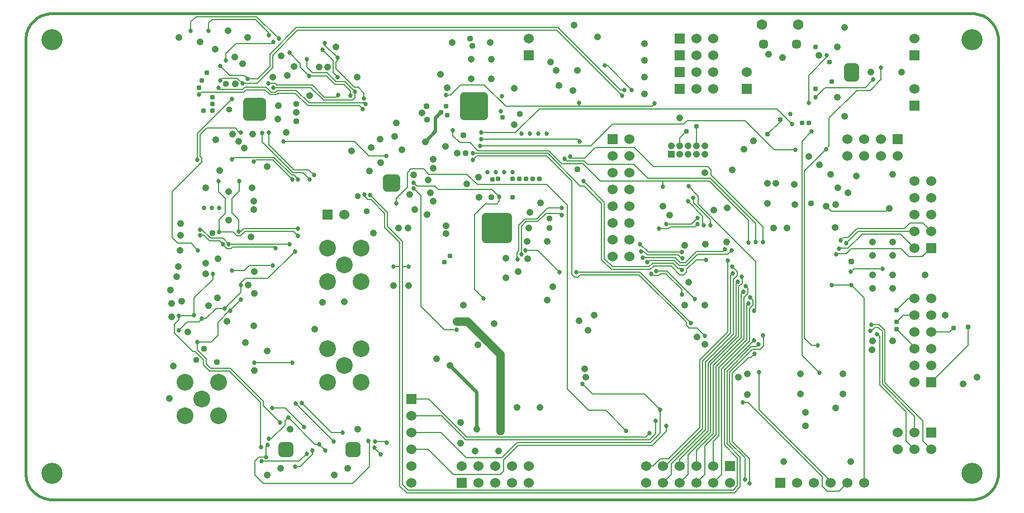
<source format=gbl>
G04 (created by PCBNEW-RS274X (2012-01-19 BZR 3256)-stable) date 21/09/2012 20:47:58*
G01*
G70*
G90*
%MOIN*%
G04 Gerber Fmt 3.4, Leading zero omitted, Abs format*
%FSLAX34Y34*%
G04 APERTURE LIST*
%ADD10C,0.006000*%
%ADD11C,0.015000*%
%ADD12C,0.063000*%
%ADD13C,0.057100*%
%ADD14C,0.023000*%
%ADD15C,0.023600*%
%ADD16C,0.025000*%
%ADD17R,0.060000X0.060000*%
%ADD18C,0.060000*%
%ADD19R,0.042000X0.042000*%
%ADD20C,0.042000*%
%ADD21C,0.100000*%
%ADD22C,0.126000*%
%ADD23C,0.031000*%
%ADD24C,0.027000*%
%ADD25C,0.037000*%
%ADD26C,0.050000*%
%ADD27C,0.008000*%
%ADD28C,0.020000*%
G04 APERTURE END LIST*
G54D10*
G54D11*
X26075Y-21500D02*
X80975Y-21500D01*
X26075Y-50500D02*
X80925Y-50500D01*
X24500Y-23075D02*
X24500Y-48925D01*
X82500Y-23075D02*
X82500Y-48925D01*
X82500Y-23075D02*
X82494Y-22938D01*
X82476Y-22802D01*
X82446Y-22668D01*
X82405Y-22537D01*
X82352Y-22410D01*
X82288Y-22288D01*
X82215Y-22172D01*
X82131Y-22063D01*
X82038Y-21962D01*
X81937Y-21869D01*
X81828Y-21785D01*
X81712Y-21712D01*
X81590Y-21648D01*
X81463Y-21595D01*
X81332Y-21554D01*
X81198Y-21524D01*
X81062Y-21506D01*
X80925Y-21500D01*
X80925Y-50500D02*
X81062Y-50494D01*
X81198Y-50476D01*
X81332Y-50446D01*
X81463Y-50405D01*
X81590Y-50352D01*
X81712Y-50288D01*
X81828Y-50215D01*
X81937Y-50131D01*
X82038Y-50038D01*
X82131Y-49937D01*
X82215Y-49828D01*
X82288Y-49712D01*
X82352Y-49590D01*
X82405Y-49463D01*
X82446Y-49332D01*
X82476Y-49198D01*
X82494Y-49062D01*
X82500Y-48925D01*
X24500Y-48925D02*
X24506Y-49062D01*
X24524Y-49198D01*
X24554Y-49332D01*
X24595Y-49463D01*
X24648Y-49590D01*
X24712Y-49712D01*
X24785Y-49828D01*
X24869Y-49937D01*
X24962Y-50038D01*
X25063Y-50131D01*
X25172Y-50215D01*
X25288Y-50288D01*
X25410Y-50352D01*
X25537Y-50405D01*
X25668Y-50446D01*
X25802Y-50476D01*
X25938Y-50494D01*
X26075Y-50500D01*
X26075Y-21500D02*
X25938Y-21506D01*
X25802Y-21524D01*
X25668Y-21554D01*
X25537Y-21595D01*
X25410Y-21648D01*
X25288Y-21712D01*
X25172Y-21785D01*
X25063Y-21869D01*
X24962Y-21962D01*
X24869Y-22063D01*
X24785Y-22172D01*
X24712Y-22288D01*
X24648Y-22410D01*
X24595Y-22537D01*
X24554Y-22668D01*
X24524Y-22802D01*
X24506Y-22938D01*
X24500Y-23075D01*
G54D12*
X70583Y-22169D03*
X68417Y-22169D03*
G54D13*
X70479Y-23339D03*
X68521Y-23339D03*
G54D14*
X73750Y-25000D03*
X73947Y-24705D03*
X73553Y-24705D03*
X73553Y-25295D03*
X73947Y-25295D03*
G54D15*
X44202Y-47702D03*
X43798Y-47702D03*
X43798Y-47298D03*
X44202Y-47298D03*
X40202Y-47702D03*
X39798Y-47702D03*
X39798Y-47298D03*
X40202Y-47298D03*
G54D16*
X52575Y-34275D03*
X52575Y-33625D03*
X53225Y-33625D03*
X53225Y-34275D03*
X53225Y-34925D03*
X52575Y-34925D03*
X51925Y-34925D03*
X51925Y-34275D03*
X51925Y-33625D03*
X51225Y-27025D03*
X51225Y-26431D03*
X51819Y-26431D03*
X51819Y-27025D03*
X51819Y-27619D03*
X51225Y-27619D03*
X50631Y-27619D03*
X50631Y-27025D03*
X50631Y-26431D03*
G54D15*
X38150Y-27200D03*
X37717Y-27200D03*
X37717Y-26767D03*
X38150Y-26767D03*
X38583Y-26767D03*
X38583Y-27200D03*
X38583Y-27633D03*
X38150Y-27633D03*
X37717Y-27633D03*
X46300Y-31600D03*
X46039Y-31339D03*
X46561Y-31339D03*
X46561Y-31861D03*
X46039Y-31861D03*
G54D17*
X59500Y-29000D03*
G54D18*
X60500Y-29000D03*
X59500Y-30000D03*
X60500Y-30000D03*
X59500Y-31000D03*
X60500Y-31000D03*
X59500Y-32000D03*
X60500Y-32000D03*
X59500Y-33000D03*
X60500Y-33000D03*
X59500Y-34000D03*
X60500Y-34000D03*
X59500Y-35000D03*
X60500Y-35000D03*
X59500Y-36000D03*
X60500Y-36000D03*
G54D17*
X66500Y-48500D03*
G54D18*
X66500Y-49500D03*
X65500Y-48500D03*
X65500Y-49500D03*
X64500Y-48500D03*
X64500Y-49500D03*
X63500Y-48500D03*
X63500Y-49500D03*
X62500Y-48500D03*
X62500Y-49500D03*
X61500Y-48500D03*
X61500Y-49500D03*
G54D17*
X78500Y-43500D03*
G54D18*
X77500Y-43500D03*
X78500Y-42500D03*
X77500Y-42500D03*
X78500Y-41500D03*
X77500Y-41500D03*
X78500Y-40500D03*
X77500Y-40500D03*
X78500Y-39500D03*
X77500Y-39500D03*
X78500Y-38500D03*
X77500Y-38500D03*
G54D17*
X78500Y-35500D03*
G54D18*
X77500Y-35500D03*
X78500Y-34500D03*
X77500Y-34500D03*
X78500Y-33500D03*
X77500Y-33500D03*
X78500Y-32500D03*
X77500Y-32500D03*
X78500Y-31500D03*
X77500Y-31500D03*
G54D17*
X50500Y-49500D03*
G54D18*
X50500Y-48500D03*
X51500Y-49500D03*
X51500Y-48500D03*
X52500Y-49500D03*
X52500Y-48500D03*
X53500Y-49500D03*
X53500Y-48500D03*
X54500Y-49500D03*
X54500Y-48500D03*
G54D17*
X76500Y-29000D03*
G54D18*
X76500Y-30000D03*
X75500Y-29000D03*
X75500Y-30000D03*
X74500Y-29000D03*
X74500Y-30000D03*
X73500Y-29000D03*
X73500Y-30000D03*
G54D17*
X78510Y-46500D03*
G54D18*
X78510Y-47500D03*
X77510Y-46500D03*
X77510Y-47500D03*
X76510Y-46500D03*
X76510Y-47500D03*
G54D17*
X69500Y-49500D03*
G54D18*
X70500Y-49500D03*
X71500Y-49500D03*
X72500Y-49500D03*
X73500Y-49500D03*
X74500Y-49500D03*
G54D17*
X47500Y-44500D03*
G54D18*
X47500Y-45500D03*
X47500Y-46500D03*
X47500Y-47500D03*
X47500Y-48500D03*
X47500Y-49500D03*
G54D17*
X63500Y-24000D03*
G54D18*
X64500Y-24000D03*
X65500Y-24000D03*
G54D17*
X63500Y-23000D03*
G54D18*
X64500Y-23000D03*
X65500Y-23000D03*
G54D17*
X63500Y-25000D03*
G54D18*
X64500Y-25000D03*
X65500Y-25000D03*
G54D17*
X63500Y-26000D03*
G54D18*
X64500Y-26000D03*
X65500Y-26000D03*
G54D17*
X67500Y-26000D03*
G54D18*
X67500Y-25000D03*
G54D19*
X63000Y-29900D03*
G54D20*
X63000Y-29400D03*
X63500Y-29900D03*
X63500Y-29400D03*
X64000Y-29900D03*
X64000Y-29400D03*
X64500Y-29900D03*
X64500Y-29400D03*
X65000Y-29900D03*
X65000Y-29400D03*
G54D21*
X43500Y-36500D03*
X42500Y-37500D03*
X44500Y-37500D03*
X44500Y-35500D03*
X42500Y-35500D03*
X35000Y-44500D03*
X36000Y-43500D03*
X34000Y-43500D03*
X34000Y-45500D03*
X36000Y-45500D03*
X43500Y-42500D03*
X42500Y-43500D03*
X44500Y-43500D03*
X44500Y-41500D03*
X42500Y-41500D03*
G54D22*
X26075Y-23075D03*
X26075Y-48925D03*
X80925Y-48925D03*
X80925Y-23075D03*
G54D17*
X54500Y-24000D03*
G54D18*
X54500Y-23000D03*
G54D17*
X77500Y-24000D03*
G54D18*
X77500Y-23000D03*
G54D17*
X77500Y-27000D03*
G54D18*
X77500Y-26000D03*
G54D17*
X42500Y-33500D03*
G54D18*
X43500Y-33500D03*
G54D20*
X48800Y-30200D03*
X47300Y-34310D03*
X48450Y-33500D03*
X50450Y-47150D03*
X50200Y-39880D03*
G54D23*
X49470Y-36330D03*
G54D20*
X45650Y-29000D03*
X52800Y-46400D03*
G54D24*
X56460Y-33110D03*
X53850Y-36180D03*
X54060Y-35880D03*
X56460Y-33550D03*
G54D20*
X47400Y-32300D03*
X47650Y-31150D03*
G54D24*
X44950Y-47000D03*
X38930Y-47230D03*
X38850Y-47960D03*
X39020Y-22820D03*
X45310Y-47400D03*
X43100Y-24150D03*
X42340Y-23280D03*
X40250Y-35260D03*
X45670Y-47790D03*
X36620Y-35260D03*
X35420Y-22550D03*
X44680Y-26560D03*
X34900Y-34400D03*
X37330Y-28590D03*
X34780Y-35640D03*
X40410Y-42350D03*
X38150Y-42350D03*
X38600Y-28630D03*
X41450Y-31410D03*
X37340Y-37710D03*
X33650Y-40400D03*
X39010Y-28610D03*
X45330Y-47030D03*
X40570Y-35690D03*
X46030Y-47120D03*
X41710Y-31150D03*
X36370Y-39100D03*
X35010Y-39720D03*
X43130Y-26360D03*
X38970Y-25670D03*
X36050Y-34550D03*
X36000Y-31500D03*
X34750Y-30250D03*
X36810Y-26610D03*
X42870Y-47040D03*
X40600Y-44770D03*
X40740Y-34770D03*
X37200Y-34500D03*
X40730Y-34350D03*
X40970Y-44750D03*
X43390Y-46520D03*
X37250Y-31500D03*
X39590Y-23020D03*
X41600Y-47570D03*
X42200Y-23670D03*
X34350Y-22550D03*
X40580Y-48550D03*
X43098Y-25298D03*
X38100Y-30350D03*
X40390Y-31410D03*
X40230Y-23850D03*
X41410Y-25250D03*
X43870Y-26410D03*
X34550Y-39500D03*
X38550Y-47360D03*
X35660Y-37040D03*
X33650Y-39550D03*
X41280Y-47760D03*
X36280Y-35280D03*
X34900Y-34750D03*
X39400Y-35520D03*
X38560Y-48220D03*
X42370Y-47570D03*
X36810Y-30200D03*
X39260Y-25930D03*
X42000Y-47190D03*
X40750Y-31420D03*
X36450Y-24300D03*
X41260Y-24230D03*
X39270Y-23190D03*
X40160Y-45620D03*
X39000Y-46870D03*
X44130Y-26170D03*
X37340Y-38560D03*
X39670Y-45890D03*
X34740Y-41100D03*
X36690Y-39250D03*
X39220Y-45050D03*
X41100Y-46180D03*
X39240Y-36530D03*
X36800Y-36850D03*
X63630Y-35750D03*
X61140Y-35260D03*
X61210Y-35700D03*
X63660Y-36110D03*
X66210Y-35570D03*
X61310Y-36060D03*
X66610Y-35640D03*
X61560Y-36350D03*
X62700Y-46100D03*
X62060Y-45810D03*
X62330Y-45130D03*
X57690Y-43610D03*
X61710Y-46540D03*
X75500Y-24750D03*
X71740Y-41300D03*
X72250Y-29600D03*
X73110Y-35040D03*
X73430Y-35210D03*
X75610Y-36730D03*
X73720Y-36910D03*
X72830Y-35860D03*
X72990Y-35540D03*
X75270Y-40640D03*
X74930Y-40070D03*
X74880Y-40430D03*
G54D20*
X72250Y-33000D03*
X76000Y-33150D03*
G54D24*
X73740Y-37710D03*
X72560Y-37690D03*
X65330Y-34130D03*
X64320Y-32500D03*
X67610Y-38790D03*
X66370Y-36240D03*
X66660Y-37010D03*
X66960Y-37490D03*
X67440Y-37760D03*
X67290Y-38100D03*
X67710Y-38440D03*
X66650Y-36620D03*
X67190Y-37210D03*
X64580Y-33700D03*
X62720Y-34080D03*
X62280Y-34350D03*
X64580Y-34080D03*
G54D23*
X79830Y-40270D03*
X80690Y-40200D03*
X76450Y-40350D03*
X76450Y-39200D03*
X76450Y-39900D03*
X63910Y-28530D03*
X64500Y-28250D03*
G54D24*
X68240Y-42920D03*
X67280Y-44690D03*
G54D20*
X49800Y-42500D03*
X51400Y-46300D03*
G54D24*
X71380Y-28550D03*
X71830Y-42950D03*
X57340Y-36940D03*
X54320Y-35640D03*
X56340Y-36940D03*
X64180Y-39980D03*
X51180Y-30230D03*
X65020Y-40750D03*
X47650Y-31600D03*
X51800Y-38500D03*
X52750Y-32450D03*
X50200Y-40360D03*
X47650Y-31950D03*
G54D20*
X38100Y-32700D03*
X69100Y-34300D03*
X33190Y-38790D03*
X33800Y-38670D03*
X49000Y-42100D03*
G54D23*
X34850Y-25950D03*
G54D20*
X38150Y-36900D03*
G54D25*
X48415Y-27045D03*
G54D24*
X54575Y-28675D03*
G54D23*
X35630Y-26900D03*
G54D25*
X35890Y-42320D03*
G54D20*
X33750Y-34050D03*
X58400Y-39500D03*
X57900Y-43200D03*
X44300Y-46320D03*
X73250Y-44200D03*
X33290Y-42550D03*
X53635Y-28125D03*
X80400Y-43600D03*
X36600Y-32150D03*
X76200Y-35950D03*
G54D25*
X73750Y-36320D03*
G54D20*
X34160Y-40500D03*
G54D25*
X48425Y-27825D03*
G54D20*
X35850Y-29050D03*
X45250Y-34600D03*
X72770Y-34260D03*
G54D23*
X70790Y-28050D03*
G54D20*
X65550Y-33250D03*
G54D24*
X55075Y-28675D03*
G54D25*
X35650Y-34600D03*
G54D20*
X38150Y-38200D03*
G54D25*
X51005Y-23005D03*
G54D20*
X61400Y-25300D03*
X43940Y-29720D03*
X49935Y-23225D03*
X33750Y-34750D03*
X55200Y-32800D03*
X71200Y-30040D03*
G54D23*
X35000Y-25500D03*
G54D20*
X40100Y-25190D03*
X35400Y-38930D03*
X45000Y-30900D03*
X67000Y-43190D03*
X43000Y-23500D03*
G54D23*
X53525Y-31375D03*
G54D20*
X33150Y-38000D03*
X52215Y-23225D03*
X62500Y-33000D03*
X58600Y-22900D03*
X51505Y-31265D03*
X57150Y-26100D03*
X72900Y-26500D03*
X35230Y-37040D03*
X61400Y-26300D03*
G54D24*
X70100Y-27500D03*
G54D20*
X53810Y-45010D03*
G54D24*
X55575Y-28675D03*
G54D20*
X50225Y-29835D03*
G54D23*
X71600Y-26000D03*
G54D24*
X52525Y-30975D03*
G54D23*
X52325Y-31415D03*
G54D20*
X57400Y-24900D03*
X72900Y-23500D03*
G54D25*
X34680Y-42180D03*
X55750Y-34300D03*
G54D20*
X61400Y-24300D03*
G54D25*
X50725Y-29835D03*
G54D20*
X37000Y-25700D03*
X36510Y-39870D03*
X71000Y-45300D03*
X71800Y-24000D03*
X37550Y-29550D03*
G54D23*
X54725Y-31375D03*
G54D20*
X76200Y-31100D03*
X36070Y-30860D03*
X48500Y-31450D03*
G54D25*
X51145Y-23445D03*
G54D20*
X38050Y-28700D03*
X70700Y-44200D03*
G54D24*
X36050Y-33100D03*
G54D20*
X40650Y-27400D03*
G54D24*
X53525Y-30975D03*
G54D20*
X71850Y-30550D03*
X63800Y-38900D03*
X35970Y-36150D03*
G54D23*
X53925Y-31375D03*
X54325Y-31375D03*
G54D20*
X37200Y-29130D03*
G54D23*
X72450Y-24400D03*
G54D20*
X49580Y-34640D03*
X39750Y-24050D03*
X33190Y-39620D03*
X79330Y-39490D03*
X55800Y-24400D03*
X38890Y-30650D03*
X43500Y-38700D03*
X46600Y-28050D03*
G54D23*
X71600Y-23500D03*
G54D20*
X67900Y-29100D03*
X50600Y-38900D03*
X52275Y-24225D03*
X76200Y-37100D03*
G54D23*
X55125Y-31375D03*
G54D20*
X38900Y-41650D03*
X35250Y-31900D03*
X41750Y-40350D03*
X36600Y-33850D03*
G54D23*
X35630Y-26500D03*
G54D20*
X73350Y-27650D03*
X47690Y-33200D03*
X37760Y-37710D03*
G54D23*
X52685Y-31375D03*
G54D20*
X45090Y-29500D03*
G54D23*
X35100Y-27300D03*
G54D20*
X71000Y-46100D03*
X44260Y-25300D03*
X33700Y-35650D03*
X52700Y-47600D03*
X48650Y-32200D03*
X56150Y-24900D03*
X38890Y-49050D03*
X66310Y-35140D03*
X35800Y-23650D03*
X70350Y-31690D03*
X74960Y-41560D03*
X69250Y-31650D03*
X42890Y-49050D03*
X40490Y-24680D03*
X69650Y-24150D03*
X36980Y-24100D03*
X74900Y-25000D03*
X53635Y-25975D03*
X68750Y-31650D03*
X61400Y-23300D03*
X38100Y-33200D03*
X38010Y-31900D03*
X76750Y-25000D03*
X73550Y-32200D03*
X57500Y-39850D03*
G54D24*
X35150Y-33100D03*
G54D20*
X76200Y-37900D03*
G54D25*
X53985Y-27515D03*
G54D20*
X63800Y-35350D03*
X74040Y-31190D03*
X52430Y-39990D03*
X51300Y-47600D03*
X46950Y-29650D03*
X35940Y-38470D03*
X42500Y-24700D03*
X54450Y-36150D03*
X53130Y-37260D03*
G54D25*
X57400Y-30800D03*
G54D20*
X49225Y-25125D03*
G54D25*
X40650Y-27950D03*
G54D20*
X68800Y-23950D03*
X72950Y-31900D03*
X67540Y-44230D03*
X76200Y-35150D03*
X34900Y-23200D03*
X73350Y-22350D03*
X55180Y-45010D03*
X48125Y-27425D03*
X72500Y-31100D03*
G54D25*
X55750Y-33750D03*
G54D20*
X64550Y-40800D03*
G54D23*
X35630Y-27300D03*
G54D20*
X37750Y-22950D03*
X40280Y-46320D03*
G54D25*
X35140Y-41500D03*
G54D20*
X33070Y-44460D03*
X36850Y-28700D03*
X55950Y-37790D03*
X41450Y-26400D03*
X51075Y-24225D03*
X49525Y-29435D03*
X51460Y-41280D03*
X55600Y-35100D03*
X69900Y-34300D03*
X38100Y-40130D03*
G54D24*
X35600Y-33100D03*
X53025Y-30975D03*
G54D20*
X42000Y-24700D03*
G54D25*
X36450Y-25700D03*
G54D20*
X37950Y-34850D03*
X76200Y-41050D03*
G54D24*
X54075Y-28675D03*
G54D23*
X35300Y-25050D03*
G54D25*
X71350Y-32850D03*
G54D20*
X33500Y-37200D03*
X50795Y-31665D03*
X36560Y-22550D03*
G54D24*
X52025Y-30975D03*
G54D20*
X40050Y-28600D03*
G54D25*
X40650Y-26900D03*
G54D20*
X53860Y-36890D03*
X49580Y-34160D03*
X72800Y-45050D03*
X33640Y-22950D03*
G54D24*
X51620Y-29390D03*
X70400Y-29650D03*
X36100Y-25500D03*
X61800Y-37050D03*
X37430Y-25680D03*
X63630Y-38280D03*
X60080Y-26420D03*
X62120Y-36860D03*
X64420Y-38540D03*
X36090Y-24630D03*
X37750Y-25420D03*
X60220Y-26080D03*
X67390Y-49290D03*
X68480Y-40710D03*
X44780Y-26900D03*
X36000Y-25950D03*
X67660Y-49530D03*
X34850Y-26330D03*
X67970Y-41810D03*
X44620Y-27220D03*
X39880Y-29130D03*
X46000Y-30000D03*
X71590Y-26500D03*
X75050Y-25450D03*
X71190Y-26830D03*
X72270Y-24000D03*
G54D23*
X69490Y-27840D03*
X68750Y-28710D03*
G54D24*
X64940Y-34130D03*
X60650Y-26060D03*
X64010Y-32720D03*
X59030Y-24610D03*
X51670Y-28620D03*
X70210Y-28110D03*
X68460Y-35140D03*
X56960Y-30050D03*
X44700Y-32300D03*
X46450Y-36600D03*
X68220Y-41230D03*
X47350Y-36600D03*
X45050Y-32350D03*
X67940Y-40990D03*
X46600Y-32850D03*
X60320Y-46400D03*
X51180Y-29850D03*
X65060Y-36190D03*
X57760Y-31520D03*
X57550Y-29130D03*
X51670Y-29010D03*
X63630Y-36820D03*
X64030Y-31800D03*
X57520Y-26850D03*
X62020Y-26880D03*
X67930Y-39250D03*
X49575Y-26375D03*
X56630Y-30180D03*
X68040Y-35150D03*
G54D20*
X54570Y-33380D03*
X37450Y-24500D03*
G54D23*
X49565Y-27045D03*
X53525Y-32475D03*
X52945Y-27695D03*
G54D20*
X54400Y-35100D03*
X37600Y-41150D03*
G54D23*
X49625Y-27585D03*
G54D20*
X33610Y-36600D03*
G54D25*
X50615Y-28785D03*
G54D20*
X39250Y-25300D03*
X39570Y-27010D03*
X54500Y-34300D03*
X49625Y-25925D03*
X51525Y-32465D03*
G54D24*
X52895Y-26425D03*
G54D20*
X38150Y-42800D03*
G54D25*
X36640Y-27250D03*
G54D20*
X35250Y-36400D03*
X53140Y-36100D03*
X52275Y-25415D03*
X51075Y-25405D03*
G54D25*
X52275Y-32475D03*
G54D24*
X52825Y-27335D03*
G54D20*
X65000Y-38900D03*
X50450Y-45900D03*
X43710Y-48650D03*
G54D23*
X72560Y-25570D03*
G54D20*
X75000Y-35950D03*
X55600Y-38600D03*
X39550Y-27800D03*
X70378Y-32904D03*
X48340Y-29160D03*
G54D25*
X44850Y-33300D03*
G54D20*
X81250Y-43200D03*
X48800Y-30750D03*
X67350Y-29600D03*
X75000Y-35150D03*
X58050Y-40400D03*
X64050Y-37540D03*
X57200Y-22200D03*
X75000Y-37100D03*
X65030Y-35270D03*
G54D23*
X49275Y-27415D03*
X49820Y-35960D03*
G54D20*
X46730Y-34310D03*
X65000Y-41250D03*
X66640Y-30840D03*
X62900Y-33550D03*
X72810Y-32920D03*
X66350Y-33100D03*
X69700Y-48250D03*
G54D25*
X44300Y-32400D03*
G54D20*
X46450Y-37750D03*
X42200Y-38750D03*
X73250Y-43000D03*
X57850Y-42700D03*
X73700Y-48250D03*
X56300Y-25800D03*
X63500Y-27740D03*
X45660Y-30400D03*
X48800Y-32700D03*
X70700Y-43000D03*
X67540Y-43020D03*
X78150Y-37100D03*
X47350Y-37750D03*
X68750Y-32850D03*
G54D23*
X71190Y-28050D03*
G54D20*
X39710Y-48650D03*
X75000Y-41050D03*
X75000Y-37900D03*
X46500Y-28850D03*
X64990Y-31000D03*
G54D24*
X62500Y-31850D03*
X67610Y-35160D03*
X49975Y-28485D03*
G54D26*
X50840Y-39880D02*
X50200Y-39880D01*
X52800Y-41840D02*
X50840Y-39880D01*
X52800Y-46400D02*
X52800Y-41840D01*
G54D27*
X55940Y-33098D02*
X56448Y-33098D01*
X53850Y-36180D02*
X53850Y-36040D01*
X53898Y-34122D02*
X54262Y-33758D01*
X56448Y-33098D02*
X56460Y-33110D01*
X53800Y-35770D02*
X53898Y-35672D01*
X54262Y-33758D02*
X54972Y-33758D01*
X54972Y-33758D02*
X55632Y-33098D01*
X53800Y-35990D02*
X53800Y-35770D01*
X53850Y-36040D02*
X53800Y-35990D01*
X53898Y-35672D02*
X53898Y-34122D01*
X55632Y-33098D02*
X55940Y-33098D01*
X54060Y-35880D02*
X54060Y-34190D01*
X54060Y-34190D02*
X54330Y-33920D01*
X56460Y-33550D02*
X56335Y-33425D01*
X56335Y-33425D02*
X55535Y-33425D01*
X54330Y-33920D02*
X55040Y-33920D01*
X55535Y-33425D02*
X55040Y-33920D01*
X38680Y-49550D02*
X38180Y-49050D01*
X38850Y-47310D02*
X38850Y-47960D01*
X38180Y-48190D02*
X38180Y-49050D01*
X38410Y-47960D02*
X38180Y-48190D01*
X38930Y-47230D02*
X38850Y-47310D01*
X44950Y-47000D02*
X45020Y-47070D01*
X38850Y-47960D02*
X38410Y-47960D01*
X44010Y-49550D02*
X38680Y-49550D01*
X45020Y-47070D02*
X45020Y-48540D01*
X45020Y-48540D02*
X44010Y-49550D01*
X43002Y-24390D02*
X43002Y-24812D01*
X42340Y-23390D02*
X43100Y-24150D01*
X45310Y-47430D02*
X45310Y-47400D01*
X39020Y-22680D02*
X39020Y-22820D01*
X43002Y-24812D02*
X44100Y-25910D01*
X44330Y-25910D02*
X44680Y-26260D01*
X42340Y-23280D02*
X42340Y-23390D01*
X44100Y-25910D02*
X44330Y-25910D01*
X35530Y-34910D02*
X36270Y-34910D01*
X35420Y-22550D02*
X35420Y-22082D01*
X36270Y-34910D02*
X36620Y-35260D01*
X43100Y-24292D02*
X43002Y-24390D01*
X38202Y-21862D02*
X39020Y-22680D01*
X36620Y-35260D02*
X40250Y-35260D01*
X45670Y-47790D02*
X45310Y-47430D01*
X35420Y-22082D02*
X35640Y-21862D01*
X44680Y-26260D02*
X44680Y-26560D01*
X43100Y-24292D02*
X43100Y-24150D01*
X35640Y-21862D02*
X38202Y-21862D01*
X35020Y-34400D02*
X35530Y-34910D01*
X34900Y-34400D02*
X35020Y-34400D01*
X37250Y-28590D02*
X37010Y-28350D01*
X35020Y-30138D02*
X35020Y-30360D01*
X33580Y-35220D02*
X34360Y-35220D01*
X35020Y-30360D02*
X33230Y-32150D01*
X33230Y-34870D02*
X33580Y-35220D01*
X37330Y-28590D02*
X37250Y-28590D01*
X33230Y-32150D02*
X33230Y-34870D01*
X34912Y-28738D02*
X34912Y-30030D01*
X37010Y-28350D02*
X35300Y-28350D01*
X35300Y-28350D02*
X34912Y-28738D01*
X34360Y-35220D02*
X34780Y-35640D01*
X34912Y-30030D02*
X35020Y-30138D01*
X40428Y-30988D02*
X41028Y-30988D01*
X40410Y-42350D02*
X38150Y-42350D01*
X38600Y-28630D02*
X38600Y-29160D01*
X38600Y-29160D02*
X40428Y-30988D01*
X41028Y-30988D02*
X41450Y-31410D01*
X37340Y-37710D02*
X37340Y-37580D01*
X35860Y-39100D02*
X35240Y-39720D01*
X35240Y-39720D02*
X35010Y-39720D01*
X39010Y-29340D02*
X40496Y-30826D01*
X34150Y-39900D02*
X34830Y-39900D01*
X38940Y-37320D02*
X40570Y-35690D01*
X39010Y-28610D02*
X39010Y-29340D01*
X37340Y-37580D02*
X37600Y-37320D01*
X37340Y-37710D02*
X37340Y-38130D01*
X34830Y-39900D02*
X35010Y-39720D01*
X33650Y-40400D02*
X34150Y-39900D01*
X45940Y-47030D02*
X45330Y-47030D01*
X40496Y-30826D02*
X41386Y-30826D01*
X41386Y-30826D02*
X41710Y-31150D01*
X46030Y-47120D02*
X45940Y-47030D01*
X36370Y-39100D02*
X35860Y-39100D01*
X37600Y-37320D02*
X38940Y-37320D01*
X37340Y-38130D02*
X36370Y-39100D01*
X41588Y-25768D02*
X42320Y-26500D01*
X39370Y-25670D02*
X39468Y-25768D01*
X38970Y-25670D02*
X39370Y-25670D01*
X39468Y-25768D02*
X41588Y-25768D01*
X42320Y-26500D02*
X42990Y-26500D01*
X42990Y-26500D02*
X43130Y-26360D01*
X36050Y-34550D02*
X36880Y-34550D01*
X36050Y-33800D02*
X36400Y-33450D01*
X36810Y-26610D02*
X34750Y-28670D01*
X37560Y-34510D02*
X40480Y-34510D01*
X40480Y-34510D02*
X40740Y-34770D01*
X40600Y-44770D02*
X42870Y-47040D01*
X37090Y-34760D02*
X37310Y-34760D01*
X36400Y-32550D02*
X36000Y-32150D01*
X34750Y-28720D02*
X34750Y-30250D01*
X37310Y-34760D02*
X37560Y-34510D01*
X36000Y-32150D02*
X36000Y-31500D01*
X34750Y-28670D02*
X34750Y-28720D01*
X36880Y-34550D02*
X37090Y-34760D01*
X36050Y-34550D02*
X36050Y-33800D01*
X36400Y-33450D02*
X36400Y-32550D01*
X40728Y-34348D02*
X40730Y-34350D01*
X37200Y-34500D02*
X37340Y-34500D01*
X37340Y-34500D02*
X37492Y-34348D01*
X37200Y-33800D02*
X37200Y-34500D01*
X36800Y-33400D02*
X37200Y-33800D01*
X40970Y-44750D02*
X42740Y-46520D01*
X36800Y-32550D02*
X36800Y-33400D01*
X37492Y-34348D02*
X40728Y-34348D01*
X42740Y-46520D02*
X43390Y-46520D01*
X37250Y-31500D02*
X37250Y-32100D01*
X37250Y-32100D02*
X36800Y-32550D01*
X41600Y-47570D02*
X41600Y-47820D01*
X42840Y-24310D02*
X42840Y-25040D01*
X41600Y-47820D02*
X40870Y-48550D01*
X38270Y-21700D02*
X39590Y-23020D01*
X34350Y-22020D02*
X34350Y-22550D01*
X34350Y-22020D02*
X34670Y-21700D01*
X40870Y-48550D02*
X40580Y-48550D01*
X34670Y-21700D02*
X38270Y-21700D01*
X42200Y-23670D02*
X42840Y-24310D01*
X43098Y-25298D02*
X42840Y-25040D01*
X42440Y-25250D02*
X42922Y-25732D01*
X41410Y-25250D02*
X42440Y-25250D01*
X43462Y-25732D02*
X43870Y-26140D01*
X40870Y-24490D02*
X40870Y-24710D01*
X40230Y-23850D02*
X40870Y-24490D01*
X38200Y-30250D02*
X38100Y-30350D01*
X42922Y-25732D02*
X43462Y-25732D01*
X41410Y-25250D02*
X40870Y-24710D01*
X43870Y-26140D02*
X43870Y-26410D01*
X38200Y-30250D02*
X39230Y-30250D01*
X40390Y-31410D02*
X39230Y-30250D01*
X35118Y-42168D02*
X35118Y-42468D01*
X34550Y-39500D02*
X34550Y-38470D01*
X35660Y-37360D02*
X35660Y-37040D01*
X34550Y-38470D02*
X35660Y-37360D01*
X34460Y-41660D02*
X34610Y-41660D01*
X34500Y-39550D02*
X33650Y-39550D01*
X38508Y-44708D02*
X38508Y-47318D01*
X35472Y-42822D02*
X36622Y-42822D01*
X33370Y-40050D02*
X33370Y-40570D01*
X34550Y-39500D02*
X34500Y-39550D01*
X33370Y-40570D02*
X34460Y-41660D01*
X38508Y-47318D02*
X38550Y-47360D01*
X35118Y-42468D02*
X35472Y-42822D01*
X33650Y-39770D02*
X33370Y-40050D01*
X34610Y-41660D02*
X35118Y-42168D01*
X36622Y-42822D02*
X38508Y-44708D01*
X33650Y-39770D02*
X33650Y-39550D01*
X34900Y-34750D02*
X35140Y-34750D01*
X39302Y-35422D02*
X39400Y-35520D01*
X36072Y-35072D02*
X36280Y-35280D01*
X40820Y-48220D02*
X38560Y-48220D01*
X36850Y-35422D02*
X39302Y-35422D01*
X36280Y-35310D02*
X36280Y-35280D01*
X35462Y-35072D02*
X36072Y-35072D01*
X36742Y-35530D02*
X36850Y-35422D01*
X36500Y-35530D02*
X36742Y-35530D01*
X35140Y-34750D02*
X35462Y-35072D01*
X36280Y-35310D02*
X36500Y-35530D01*
X41280Y-47760D02*
X40820Y-48220D01*
X39298Y-30088D02*
X36922Y-30088D01*
X44130Y-26538D02*
X44130Y-26170D01*
X40510Y-31150D02*
X40360Y-31150D01*
X41260Y-24230D02*
X41260Y-24710D01*
X41600Y-25050D02*
X42470Y-25050D01*
X42470Y-25050D02*
X42990Y-25570D01*
X36922Y-30088D02*
X36810Y-30200D01*
X43530Y-25570D02*
X44130Y-26170D01*
X39960Y-46060D02*
X39150Y-46870D01*
X40360Y-31150D02*
X39298Y-30088D01*
X39960Y-45800D02*
X39960Y-46060D01*
X40750Y-31420D02*
X40730Y-31400D01*
X40730Y-31400D02*
X40730Y-31370D01*
X42990Y-25570D02*
X43530Y-25570D01*
X41730Y-47190D02*
X42000Y-47190D01*
X39170Y-23290D02*
X39270Y-23190D01*
X42000Y-47200D02*
X42000Y-47190D01*
X41520Y-25930D02*
X42258Y-26668D01*
X41730Y-47190D02*
X40160Y-45620D01*
X44000Y-26668D02*
X44130Y-26538D01*
X37050Y-23290D02*
X39170Y-23290D01*
X36450Y-24300D02*
X36450Y-23890D01*
X39150Y-46870D02*
X39000Y-46870D01*
X39260Y-25930D02*
X41520Y-25930D01*
X36450Y-23890D02*
X37050Y-23290D01*
X42370Y-47570D02*
X42000Y-47200D01*
X42258Y-26668D02*
X44000Y-26668D01*
X40160Y-45620D02*
X40140Y-45620D01*
X40730Y-31370D02*
X40510Y-31150D01*
X41260Y-24710D02*
X41600Y-25050D01*
X40140Y-45620D02*
X39960Y-45800D01*
X34740Y-41560D02*
X35280Y-42100D01*
X35280Y-42100D02*
X35280Y-42400D01*
X36690Y-42660D02*
X38670Y-44640D01*
X35960Y-40710D02*
X35960Y-39940D01*
X35280Y-42400D02*
X35540Y-42660D01*
X34740Y-41100D02*
X34740Y-41560D01*
X37340Y-38560D02*
X36690Y-39210D01*
X36650Y-39250D02*
X36690Y-39250D01*
X35570Y-41100D02*
X35960Y-40710D01*
X39670Y-45890D02*
X38670Y-44890D01*
X35960Y-39940D02*
X36650Y-39250D01*
X34740Y-41100D02*
X35570Y-41100D01*
X35540Y-42660D02*
X36690Y-42660D01*
X36690Y-39210D02*
X36690Y-39250D01*
X38670Y-44890D02*
X38670Y-44640D01*
X37530Y-36850D02*
X37850Y-36530D01*
X41100Y-46180D02*
X39970Y-45050D01*
X37850Y-36530D02*
X39240Y-36530D01*
X36800Y-36850D02*
X37530Y-36850D01*
X39970Y-45050D02*
X39220Y-45050D01*
X61630Y-35750D02*
X61140Y-35260D01*
X63630Y-35750D02*
X61630Y-35750D01*
X63608Y-36110D02*
X63410Y-35912D01*
X61350Y-35700D02*
X61210Y-35700D01*
X63410Y-35912D02*
X61562Y-35912D01*
X63660Y-36110D02*
X63608Y-36110D01*
X61562Y-35912D02*
X61350Y-35700D01*
X64500Y-35720D02*
X64380Y-35840D01*
X63234Y-36074D02*
X61324Y-36074D01*
X63540Y-36380D02*
X63234Y-36074D01*
X61324Y-36074D02*
X61310Y-36060D01*
X66210Y-35570D02*
X66060Y-35720D01*
X64380Y-35840D02*
X63840Y-36380D01*
X63840Y-36380D02*
X63540Y-36380D01*
X66060Y-35720D02*
X64500Y-35720D01*
X63166Y-36236D02*
X61674Y-36236D01*
X63472Y-36542D02*
X63166Y-36236D01*
X64568Y-35882D02*
X63908Y-36542D01*
X66368Y-35882D02*
X64568Y-35882D01*
X61674Y-36236D02*
X61560Y-36350D01*
X66610Y-35640D02*
X66368Y-35882D01*
X63908Y-36542D02*
X63472Y-36542D01*
X53000Y-48124D02*
X53858Y-47266D01*
X53858Y-47266D02*
X61864Y-47266D01*
X61864Y-47266D02*
X62700Y-46430D01*
X62700Y-46430D02*
X62700Y-46100D01*
X47500Y-47500D02*
X48500Y-47500D01*
X48500Y-47500D02*
X50000Y-49000D01*
X52790Y-49000D02*
X53000Y-48790D01*
X53000Y-48790D02*
X53000Y-48124D01*
X50000Y-49000D02*
X52790Y-49000D01*
X62060Y-46570D02*
X62060Y-45810D01*
X49300Y-45500D02*
X50742Y-46942D01*
X61538Y-46942D02*
X61688Y-46942D01*
X61688Y-46942D02*
X62060Y-46570D01*
X50742Y-46942D02*
X61538Y-46942D01*
X47500Y-45500D02*
X49300Y-45500D01*
X49270Y-46500D02*
X50770Y-48000D01*
X62330Y-46530D02*
X62330Y-45130D01*
X52894Y-48000D02*
X53790Y-47104D01*
X57690Y-43610D02*
X58290Y-44210D01*
X61756Y-47104D02*
X62330Y-46530D01*
X50770Y-48000D02*
X52894Y-48000D01*
X53790Y-47104D02*
X61530Y-47104D01*
X58290Y-44210D02*
X61410Y-44210D01*
X61410Y-44210D02*
X62330Y-45130D01*
X49270Y-46500D02*
X47500Y-46500D01*
X61530Y-47104D02*
X61756Y-47104D01*
X48530Y-44500D02*
X50810Y-46780D01*
X48530Y-44500D02*
X47500Y-44500D01*
X50810Y-46780D02*
X61470Y-46780D01*
X61470Y-46780D02*
X61710Y-46540D01*
X74078Y-26092D02*
X74858Y-26092D01*
X72250Y-29600D02*
X72270Y-29580D01*
X72270Y-29580D02*
X72270Y-29570D01*
X70952Y-40870D02*
X70952Y-30888D01*
X71382Y-41300D02*
X70952Y-40870D01*
X72270Y-29570D02*
X72420Y-29420D01*
X72420Y-29420D02*
X72420Y-27750D01*
X75500Y-25450D02*
X75500Y-24750D01*
X71740Y-41300D02*
X71382Y-41300D01*
X74858Y-26092D02*
X75500Y-25450D01*
X72420Y-27750D02*
X74078Y-26092D01*
X70952Y-30888D02*
X72270Y-29570D01*
X73270Y-34880D02*
X73530Y-34880D01*
X74072Y-34338D02*
X76892Y-34338D01*
X78000Y-34000D02*
X78500Y-34500D01*
X77230Y-34000D02*
X78000Y-34000D01*
X73110Y-35040D02*
X73270Y-34880D01*
X73530Y-34880D02*
X74072Y-34338D01*
X76892Y-34338D02*
X77230Y-34000D01*
X74140Y-34500D02*
X77500Y-34500D01*
X73430Y-35210D02*
X74140Y-34500D01*
X73900Y-36730D02*
X75610Y-36730D01*
X73720Y-36910D02*
X73900Y-36730D01*
X73440Y-35840D02*
X73730Y-35550D01*
X72830Y-35860D02*
X72850Y-35840D01*
X72850Y-35840D02*
X73440Y-35840D01*
X77180Y-36020D02*
X77980Y-36020D01*
X77980Y-36020D02*
X78500Y-35500D01*
X76710Y-35550D02*
X77180Y-36020D01*
X73730Y-35550D02*
X76710Y-35550D01*
X74388Y-34662D02*
X76662Y-34662D01*
X73020Y-35510D02*
X73540Y-35510D01*
X72990Y-35540D02*
X73020Y-35510D01*
X73540Y-35510D02*
X74388Y-34662D01*
X76662Y-34662D02*
X77500Y-35500D01*
X75426Y-40760D02*
X75426Y-43686D01*
X75270Y-40640D02*
X75306Y-40640D01*
X77010Y-45270D02*
X77010Y-47000D01*
X75306Y-40640D02*
X75426Y-40760D01*
X77010Y-47000D02*
X77510Y-47500D01*
X75426Y-43686D02*
X77010Y-45270D01*
X75750Y-43550D02*
X78020Y-45820D01*
X75410Y-40070D02*
X74930Y-40070D01*
X75750Y-40890D02*
X75750Y-43550D01*
X78020Y-45820D02*
X78020Y-47010D01*
X75750Y-40410D02*
X75410Y-40070D01*
X75750Y-40890D02*
X75750Y-40410D01*
X78510Y-47500D02*
X78020Y-47010D01*
X75588Y-40478D02*
X75588Y-43618D01*
X74952Y-40430D02*
X75150Y-40232D01*
X75588Y-43618D02*
X77510Y-45540D01*
X74880Y-40430D02*
X74952Y-40430D01*
X75342Y-40232D02*
X75588Y-40478D01*
X75150Y-40232D02*
X75342Y-40232D01*
X77510Y-45540D02*
X77510Y-46500D01*
X75850Y-33300D02*
X76000Y-33150D01*
X72250Y-33000D02*
X72550Y-33300D01*
X72550Y-33300D02*
X75850Y-33300D01*
X64335Y-32515D02*
X64335Y-32815D01*
X72560Y-37690D02*
X72580Y-37710D01*
X64320Y-32500D02*
X64335Y-32515D01*
X72580Y-37710D02*
X73740Y-37710D01*
X65330Y-33810D02*
X65330Y-34130D01*
X74500Y-38470D02*
X73740Y-37710D01*
X74500Y-49500D02*
X74500Y-38470D01*
X64335Y-32815D02*
X65330Y-33810D01*
X67504Y-38896D02*
X67610Y-38790D01*
X65838Y-42632D02*
X67504Y-40966D01*
X67504Y-40966D02*
X67504Y-38896D01*
X65838Y-46692D02*
X65838Y-42632D01*
X65500Y-48500D02*
X65500Y-47030D01*
X65500Y-47030D02*
X65838Y-46692D01*
X61500Y-48500D02*
X61900Y-48500D01*
X62330Y-48070D02*
X62850Y-48070D01*
X64704Y-46216D02*
X64704Y-42156D01*
X61900Y-48500D02*
X62330Y-48070D01*
X66370Y-40490D02*
X66370Y-36240D01*
X62850Y-48070D02*
X64704Y-46216D01*
X64704Y-42156D02*
X66370Y-40490D01*
X64866Y-42224D02*
X66532Y-40558D01*
X66532Y-37138D02*
X66660Y-37010D01*
X62500Y-48500D02*
X62650Y-48500D01*
X62650Y-48500D02*
X64866Y-46284D01*
X64866Y-46284D02*
X64866Y-42224D01*
X66532Y-40558D02*
X66532Y-37138D01*
X63500Y-48500D02*
X63500Y-48270D01*
X63500Y-48500D02*
X63500Y-48110D01*
X66856Y-37594D02*
X66960Y-37490D01*
X63500Y-48110D02*
X65190Y-46420D01*
X65190Y-42360D02*
X66856Y-40694D01*
X65190Y-46420D02*
X65190Y-42360D01*
X66856Y-40694D02*
X66856Y-37594D01*
X65000Y-47300D02*
X65676Y-46624D01*
X65676Y-46624D02*
X65676Y-42564D01*
X64500Y-49500D02*
X65000Y-49000D01*
X67342Y-40898D02*
X67342Y-38428D01*
X67560Y-37880D02*
X67440Y-37760D01*
X65000Y-49000D02*
X65000Y-47300D01*
X65676Y-42564D02*
X67342Y-40898D01*
X67560Y-38210D02*
X67560Y-37880D01*
X67342Y-38428D02*
X67560Y-38210D01*
X65514Y-42496D02*
X67180Y-40830D01*
X65514Y-46556D02*
X65514Y-42496D01*
X64500Y-47570D02*
X65514Y-46556D01*
X67180Y-40830D02*
X67180Y-38210D01*
X67180Y-38210D02*
X67290Y-38100D01*
X64500Y-48500D02*
X64500Y-47570D01*
X67880Y-38610D02*
X67710Y-38440D01*
X66000Y-49000D02*
X66000Y-42700D01*
X66000Y-42700D02*
X67666Y-41034D01*
X67666Y-41034D02*
X67666Y-39114D01*
X67880Y-38900D02*
X67880Y-38610D01*
X67666Y-39114D02*
X67880Y-38900D01*
X65500Y-49500D02*
X66000Y-49000D01*
X65028Y-46352D02*
X65028Y-42292D01*
X63000Y-49000D02*
X63000Y-48380D01*
X66930Y-37130D02*
X66930Y-36900D01*
X63000Y-48380D02*
X65028Y-46352D01*
X65028Y-42292D02*
X66694Y-40626D01*
X66694Y-37366D02*
X66930Y-37130D01*
X66694Y-40626D02*
X66694Y-37366D01*
X63000Y-49000D02*
X62500Y-49500D01*
X66930Y-36900D02*
X66650Y-36620D01*
X63500Y-49500D02*
X64000Y-49000D01*
X67018Y-40762D02*
X67018Y-37812D01*
X64000Y-47840D02*
X65352Y-46488D01*
X64000Y-49000D02*
X64000Y-47840D01*
X67230Y-37250D02*
X67190Y-37210D01*
X65352Y-46488D02*
X65352Y-42428D01*
X67018Y-37812D02*
X67230Y-37600D01*
X65352Y-42428D02*
X67018Y-40762D01*
X67230Y-37600D02*
X67230Y-37250D01*
X64200Y-34080D02*
X62720Y-34080D01*
X64580Y-33700D02*
X64200Y-34080D01*
X64418Y-34242D02*
X62958Y-34242D01*
X62850Y-34350D02*
X62280Y-34350D01*
X62958Y-34242D02*
X62850Y-34350D01*
X64580Y-34080D02*
X64418Y-34242D01*
X79830Y-40270D02*
X79600Y-40500D01*
X79600Y-40500D02*
X78500Y-40500D01*
X80700Y-40210D02*
X80700Y-41300D01*
X80690Y-40200D02*
X80700Y-40210D01*
X80700Y-41300D02*
X78500Y-43500D01*
X77500Y-41400D02*
X77500Y-41500D01*
X76450Y-40350D02*
X77500Y-41400D01*
X77150Y-38500D02*
X77500Y-38500D01*
X76450Y-39200D02*
X77150Y-38500D01*
X76850Y-39500D02*
X77500Y-39500D01*
X76450Y-39900D02*
X76850Y-39500D01*
X63500Y-28940D02*
X63500Y-29400D01*
X63910Y-28530D02*
X63500Y-28940D01*
X64500Y-28250D02*
X64500Y-29400D01*
X72500Y-49400D02*
X72500Y-49500D01*
X68240Y-45140D02*
X72500Y-49400D01*
X68240Y-42920D02*
X68240Y-45140D01*
X67560Y-44690D02*
X72000Y-49130D01*
X72000Y-49710D02*
X72290Y-50000D01*
X72000Y-49130D02*
X72000Y-49710D01*
X72290Y-50000D02*
X73000Y-50000D01*
X73000Y-50000D02*
X73500Y-49500D01*
X67280Y-44690D02*
X67560Y-44690D01*
G54D28*
X51400Y-46300D02*
X51400Y-44100D01*
X51400Y-44100D02*
X49800Y-42500D01*
G54D27*
X70790Y-41880D02*
X70790Y-29140D01*
X70790Y-29140D02*
X71380Y-28550D01*
X71830Y-42950D02*
X70790Y-41910D01*
X70790Y-41910D02*
X70790Y-41880D01*
X56340Y-36940D02*
X55040Y-35640D01*
X57344Y-36944D02*
X57340Y-36940D01*
X55040Y-35640D02*
X54320Y-35640D01*
X64180Y-39980D02*
X61144Y-36944D01*
X61144Y-36944D02*
X57344Y-36944D01*
X65020Y-40750D02*
X65020Y-40740D01*
X64550Y-40270D02*
X64070Y-40270D01*
X55564Y-30014D02*
X51396Y-30014D01*
X61076Y-37106D02*
X57574Y-37106D01*
X57574Y-37106D02*
X57430Y-37250D01*
X57430Y-37250D02*
X57240Y-37250D01*
X57240Y-37250D02*
X57060Y-37070D01*
X51396Y-30014D02*
X51180Y-30230D01*
X57060Y-37070D02*
X57060Y-31510D01*
X64070Y-40270D02*
X63890Y-40090D01*
X63890Y-40090D02*
X63890Y-39920D01*
X63890Y-39920D02*
X61076Y-37106D01*
X65020Y-40740D02*
X64550Y-40270D01*
X57060Y-31510D02*
X55564Y-30014D01*
G54D10*
X52750Y-32710D02*
X52590Y-32870D01*
X51910Y-32870D02*
X51280Y-33500D01*
X47840Y-31790D02*
X47650Y-31600D01*
X48890Y-31790D02*
X47840Y-31790D01*
X51280Y-37980D02*
X51800Y-38500D01*
X52750Y-32450D02*
X52300Y-32000D01*
X51280Y-33500D02*
X51280Y-37980D01*
X52590Y-32870D02*
X51910Y-32870D01*
X52300Y-32000D02*
X49100Y-32000D01*
X49100Y-32000D02*
X48890Y-31790D01*
X52750Y-32450D02*
X52750Y-32710D01*
X48060Y-32360D02*
X47650Y-31950D01*
X50200Y-40360D02*
X49460Y-40360D01*
X49460Y-40360D02*
X48060Y-38960D01*
X48060Y-38960D02*
X48060Y-32360D01*
G54D26*
X53225Y-33625D02*
X53225Y-34925D01*
X50631Y-27619D02*
X51819Y-26431D01*
X37717Y-26767D02*
X38583Y-26767D01*
X38583Y-26767D02*
X38583Y-27633D01*
X51925Y-33625D02*
X53225Y-34925D01*
X73947Y-24705D02*
X73947Y-25295D01*
X46039Y-31339D02*
X46561Y-31861D01*
X51819Y-27619D02*
X50631Y-27619D01*
X51819Y-26431D02*
X51819Y-27619D01*
X73553Y-25295D02*
X73553Y-24705D01*
X43798Y-47702D02*
X43798Y-47298D01*
X37717Y-26767D02*
X38583Y-27633D01*
X39798Y-47702D02*
X39798Y-47298D01*
X51925Y-34925D02*
X53225Y-33625D01*
X53225Y-34925D02*
X51925Y-34925D01*
X37717Y-27633D02*
X38583Y-26767D01*
X46561Y-31339D02*
X46561Y-31861D01*
X46561Y-31861D02*
X46039Y-31861D01*
X38583Y-26767D02*
X38583Y-27633D01*
X38583Y-27633D02*
X37717Y-27633D01*
X44202Y-47298D02*
X44202Y-47702D01*
X50631Y-26431D02*
X51819Y-27619D01*
X39798Y-47298D02*
X40202Y-47298D01*
X50631Y-26431D02*
X51819Y-26431D01*
X38583Y-27633D02*
X37717Y-27633D01*
X44202Y-47702D02*
X43798Y-47702D01*
X73947Y-25295D02*
X73553Y-25295D01*
X46039Y-31861D02*
X46039Y-31339D01*
X37717Y-27633D02*
X37717Y-26767D01*
X51925Y-34925D02*
X51925Y-33625D01*
X40202Y-47298D02*
X40202Y-47702D01*
X52575Y-33625D02*
X52575Y-34925D01*
X40202Y-47702D02*
X39798Y-47702D01*
X37717Y-27633D02*
X37717Y-26767D01*
X50631Y-27619D02*
X50631Y-26431D01*
X51925Y-33625D02*
X53225Y-33625D01*
X46561Y-31339D02*
X46039Y-31339D01*
X73553Y-24705D02*
X73947Y-24705D01*
X51925Y-34275D02*
X53225Y-34275D01*
X43798Y-47298D02*
X44202Y-47298D01*
G54D10*
X67400Y-27900D02*
X63950Y-27900D01*
X70400Y-29650D02*
X69150Y-29650D01*
X69150Y-29650D02*
X67400Y-27900D01*
X51630Y-29400D02*
X58220Y-29400D01*
X63750Y-28100D02*
X59520Y-28100D01*
X63950Y-27900D02*
X63750Y-28100D01*
X59520Y-28100D02*
X58220Y-29400D01*
X51620Y-29390D02*
X51630Y-29400D01*
G54D27*
X62358Y-37022D02*
X62250Y-37130D01*
X37430Y-25680D02*
X38300Y-25680D01*
X39240Y-23990D02*
X40720Y-22510D01*
X39240Y-24740D02*
X39240Y-23990D01*
X38300Y-25680D02*
X39240Y-24740D01*
X40720Y-22510D02*
X56170Y-22510D01*
X61880Y-37130D02*
X61800Y-37050D01*
X36230Y-25370D02*
X36100Y-25500D01*
X63630Y-37980D02*
X62672Y-37022D01*
X62250Y-37130D02*
X61880Y-37130D01*
X63630Y-38280D02*
X63630Y-37980D01*
X60080Y-26420D02*
X56170Y-22510D01*
X37120Y-25370D02*
X36230Y-25370D01*
X37430Y-25680D02*
X37120Y-25370D01*
X62672Y-37022D02*
X62358Y-37022D01*
X38330Y-25420D02*
X39078Y-24672D01*
X39078Y-23922D02*
X40652Y-22348D01*
X59970Y-26080D02*
X60220Y-26080D01*
X40652Y-22348D02*
X56238Y-22348D01*
X39078Y-24672D02*
X39078Y-23922D01*
X62740Y-36860D02*
X62120Y-36860D01*
X36670Y-25210D02*
X36090Y-24630D01*
X37750Y-25420D02*
X37540Y-25210D01*
X37540Y-25210D02*
X36670Y-25210D01*
X37750Y-25420D02*
X38330Y-25420D01*
X64420Y-38540D02*
X62740Y-36860D01*
X56238Y-22348D02*
X59970Y-26080D01*
X67843Y-41547D02*
X66486Y-42904D01*
X66486Y-42904D02*
X66486Y-47116D01*
X66486Y-47116D02*
X67390Y-48020D01*
X67390Y-48020D02*
X67390Y-49290D01*
X68480Y-40710D02*
X68490Y-40720D01*
X68490Y-41350D02*
X68293Y-41547D01*
X68293Y-41547D02*
X67843Y-41547D01*
X68490Y-40720D02*
X68490Y-41350D01*
X39488Y-26092D02*
X39390Y-26190D01*
X44780Y-26900D02*
X44710Y-26830D01*
X44710Y-26830D02*
X41390Y-26830D01*
X41390Y-26830D02*
X40652Y-26092D01*
X40652Y-26092D02*
X39488Y-26092D01*
X39390Y-26190D02*
X39130Y-26190D01*
X39130Y-26190D02*
X38840Y-25900D01*
X38840Y-25900D02*
X37580Y-25900D01*
X37580Y-25900D02*
X37440Y-26040D01*
X37440Y-26040D02*
X36090Y-26040D01*
X36090Y-26040D02*
X36000Y-25950D01*
X67660Y-48060D02*
X67660Y-49530D01*
X66648Y-47048D02*
X67660Y-48060D01*
X44620Y-27220D02*
X44620Y-27192D01*
X34970Y-26210D02*
X37500Y-26210D01*
X34850Y-26330D02*
X34970Y-26210D01*
X67750Y-42030D02*
X67590Y-42030D01*
X67970Y-41810D02*
X67750Y-42030D01*
X40584Y-26254D02*
X39556Y-26254D01*
X41322Y-26992D02*
X40584Y-26254D01*
X44420Y-26992D02*
X41322Y-26992D01*
X44620Y-27192D02*
X44420Y-26992D01*
X39556Y-26254D02*
X39458Y-26352D01*
X67590Y-42030D02*
X66648Y-42972D01*
X39458Y-26352D02*
X39062Y-26352D01*
X39062Y-26352D02*
X38772Y-26062D01*
X38772Y-26062D02*
X37648Y-26062D01*
X37648Y-26062D02*
X37500Y-26210D01*
X66648Y-42972D02*
X66648Y-47048D01*
G54D10*
X44100Y-29130D02*
X39880Y-29130D01*
X46000Y-30000D02*
X44970Y-30000D01*
X44970Y-30000D02*
X44100Y-29130D01*
G54D27*
X74570Y-25930D02*
X75050Y-25450D01*
X71590Y-26500D02*
X72160Y-25930D01*
X72160Y-25930D02*
X74570Y-25930D01*
X71190Y-25190D02*
X71190Y-26830D01*
X72270Y-24000D02*
X72270Y-24110D01*
X72270Y-24110D02*
X71190Y-25190D01*
X68750Y-28710D02*
X69490Y-27970D01*
X69490Y-27970D02*
X69490Y-27840D01*
X60650Y-26060D02*
X59200Y-24610D01*
X64880Y-33590D02*
X64010Y-32720D01*
X59200Y-24610D02*
X59030Y-24610D01*
X64880Y-34070D02*
X64880Y-33590D01*
X64940Y-34130D02*
X64880Y-34070D01*
X55130Y-27200D02*
X69300Y-27200D01*
X69300Y-27200D02*
X70210Y-28110D01*
X51670Y-28620D02*
X53710Y-28620D01*
X53710Y-28620D02*
X55130Y-27200D01*
X65370Y-31150D02*
X65370Y-30830D01*
X65370Y-30830D02*
X65170Y-30630D01*
X58470Y-29500D02*
X60800Y-29500D01*
X68460Y-34240D02*
X65370Y-31150D01*
X57056Y-30146D02*
X57824Y-30146D01*
X57824Y-30146D02*
X58470Y-29500D01*
X68460Y-35140D02*
X68460Y-34240D01*
X65170Y-30630D02*
X61930Y-30630D01*
X61930Y-30630D02*
X60800Y-29500D01*
X56960Y-30050D02*
X57056Y-30146D01*
X67112Y-49748D02*
X66758Y-50102D01*
X46450Y-36600D02*
X46818Y-36600D01*
X46818Y-49688D02*
X46818Y-36600D01*
X66758Y-50102D02*
X47232Y-50102D01*
X68220Y-41230D02*
X68065Y-41385D01*
X67775Y-41385D02*
X66324Y-42836D01*
X66324Y-42836D02*
X66324Y-47184D01*
X46818Y-36600D02*
X46818Y-35178D01*
X45908Y-33438D02*
X45090Y-32620D01*
X44700Y-32400D02*
X44700Y-32300D01*
X44920Y-32620D02*
X44700Y-32400D01*
X47232Y-50102D02*
X46818Y-49688D01*
X45090Y-32620D02*
X44920Y-32620D01*
X68065Y-41385D02*
X67775Y-41385D01*
X67112Y-47972D02*
X67112Y-49748D01*
X66324Y-47184D02*
X67112Y-47972D01*
X46818Y-35178D02*
X45908Y-34268D01*
X45908Y-34268D02*
X45908Y-33438D01*
X46070Y-33370D02*
X45050Y-32350D01*
X47350Y-36600D02*
X46980Y-36600D01*
X66690Y-49940D02*
X47300Y-49940D01*
X46980Y-36600D02*
X46980Y-35110D01*
X46070Y-34200D02*
X46070Y-33370D01*
X46980Y-35110D02*
X46070Y-34200D01*
X47300Y-49940D02*
X46980Y-49620D01*
X66950Y-49680D02*
X66690Y-49940D01*
X66162Y-42768D02*
X67940Y-40990D01*
X66162Y-47252D02*
X66950Y-48040D01*
X46980Y-36600D02*
X46980Y-49620D01*
X66950Y-48040D02*
X66950Y-49680D01*
X66162Y-42768D02*
X66162Y-47252D01*
G54D10*
X47270Y-31880D02*
X47270Y-30990D01*
X48230Y-30780D02*
X48550Y-31100D01*
X47480Y-30780D02*
X48230Y-30780D01*
X46600Y-32550D02*
X47270Y-31880D01*
X59100Y-45180D02*
X58060Y-45180D01*
X48550Y-31100D02*
X50820Y-31100D01*
X47270Y-30990D02*
X47480Y-30780D01*
X60320Y-46400D02*
X59100Y-45180D01*
X58060Y-45180D02*
X56790Y-43910D01*
X46600Y-32850D02*
X46600Y-32550D01*
X50820Y-31100D02*
X51430Y-31710D01*
X51430Y-31710D02*
X55560Y-31710D01*
X56790Y-43910D02*
X56790Y-32940D01*
X55560Y-31710D02*
X56790Y-32940D01*
G54D27*
X61738Y-36782D02*
X59432Y-36782D01*
X57575Y-31795D02*
X55632Y-29852D01*
X57805Y-31795D02*
X58848Y-32838D01*
X63520Y-37090D02*
X62990Y-36560D01*
X57805Y-31795D02*
X57575Y-31795D01*
X63900Y-36940D02*
X63750Y-37090D01*
X61960Y-36560D02*
X61738Y-36782D01*
X63900Y-36780D02*
X63900Y-36940D01*
X63750Y-37090D02*
X63520Y-37090D01*
X62990Y-36560D02*
X61960Y-36560D01*
X65060Y-36190D02*
X64490Y-36190D01*
X64490Y-36190D02*
X63900Y-36780D01*
X51182Y-29852D02*
X51180Y-29850D01*
X55632Y-29852D02*
X51182Y-29852D01*
X58848Y-32838D02*
X58848Y-36198D01*
X58848Y-36198D02*
X59432Y-36782D01*
X61670Y-36620D02*
X59500Y-36620D01*
X63410Y-36710D02*
X63098Y-36398D01*
X63098Y-36398D02*
X61892Y-36398D01*
X63630Y-36820D02*
X63520Y-36710D01*
X61892Y-36398D02*
X61670Y-36620D01*
X57430Y-29010D02*
X51670Y-29010D01*
X59010Y-32770D02*
X57760Y-31520D01*
X59010Y-36130D02*
X59010Y-32770D01*
X59500Y-36620D02*
X59010Y-36130D01*
X57430Y-29010D02*
X57550Y-29130D01*
X63520Y-36710D02*
X63410Y-36710D01*
X50450Y-25760D02*
X49835Y-26375D01*
X49835Y-26375D02*
X49575Y-26375D01*
X68042Y-36292D02*
X64620Y-32870D01*
X61862Y-27038D02*
X57520Y-27038D01*
X57520Y-26850D02*
X57520Y-27038D01*
X67930Y-39250D02*
X68042Y-39138D01*
X53128Y-27038D02*
X51850Y-25760D01*
X62020Y-26880D02*
X61862Y-27038D01*
X64620Y-32390D02*
X64030Y-31800D01*
X57520Y-27038D02*
X53128Y-27038D01*
X51850Y-25760D02*
X50450Y-25760D01*
X64620Y-32870D02*
X64620Y-32390D01*
X68042Y-39138D02*
X68042Y-36292D01*
X60770Y-30500D02*
X57990Y-30500D01*
X56758Y-30308D02*
X56630Y-30180D01*
X65338Y-31348D02*
X61618Y-31348D01*
X57990Y-30500D02*
X57798Y-30308D01*
X61618Y-31348D02*
X60770Y-30500D01*
X68040Y-35150D02*
X68040Y-34050D01*
X57798Y-30308D02*
X56758Y-30308D01*
X68040Y-34050D02*
X65338Y-31348D01*
G54D28*
X48950Y-27730D02*
X48950Y-28550D01*
X49275Y-27415D02*
X49265Y-27415D01*
X48950Y-28550D02*
X48340Y-29160D01*
X49265Y-27415D02*
X48950Y-27730D01*
G54D27*
X49975Y-28795D02*
X49975Y-28485D01*
X56480Y-30470D02*
X55700Y-29690D01*
X51480Y-29690D02*
X51000Y-29210D01*
X55700Y-29690D02*
X51480Y-29690D01*
X58770Y-31510D02*
X57730Y-30470D01*
X67610Y-33850D02*
X65270Y-31510D01*
X62500Y-31510D02*
X62500Y-31850D01*
X51000Y-29210D02*
X50390Y-29210D01*
X57730Y-30470D02*
X56480Y-30470D01*
X50390Y-29210D02*
X49975Y-28795D01*
X62500Y-31510D02*
X62100Y-31510D01*
X65270Y-31510D02*
X62500Y-31510D01*
X62100Y-31510D02*
X58770Y-31510D01*
X67610Y-35160D02*
X67610Y-33850D01*
M02*

</source>
